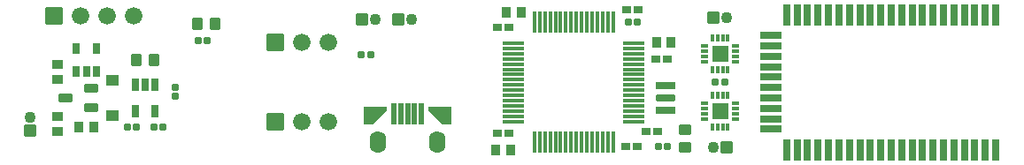
<source format=gts>
G04 Layer: TopSolderMaskLayer*
G04 EasyEDA v6.5.22, 2023-02-02 12:04:13*
G04 e40c6f2ac48d42a8ab01bc531f02f979,d89026aa57f64e8aa15d5895f5b481f1,10*
G04 Gerber Generator version 0.2*
G04 Scale: 100 percent, Rotated: No, Reflected: No *
G04 Dimensions in millimeters *
G04 leading zeros omitted , absolute positions ,4 integer and 5 decimal *
%FSLAX45Y45*%
%MOMM*%

%AMMACRO1*1,1,$1,$2,$3*1,1,$1,$4,$5*1,1,$1,0-$2,0-$3*1,1,$1,0-$4,0-$5*20,1,$1,$2,$3,$4,$5,0*20,1,$1,$4,$5,0-$2,0-$3,0*20,1,$1,0-$2,0-$3,0-$4,0-$5,0*20,1,$1,0-$4,0-$5,$2,$3,0*4,1,4,$2,$3,$4,$5,0-$2,0-$3,0-$4,0-$5,$2,$3,0*%
%AMMACRO2*4,1,5,0.1791,-0.8509,-1.1011,0.4267,-1.1011,0.8509,1.1011,0.8509,1.1011,-0.8509,0.1791,-0.8509,0*%
%AMMACRO3*4,1,5,-1.1011,-0.8509,-1.1011,0.8509,1.1011,0.8509,1.1011,0.4267,-0.1791,-0.8509,-1.1011,-0.8509,0*%
%ADD10MACRO1,0.1016X-0.2X1X0.2X1*%
%ADD11MACRO2*%
%ADD12MACRO3*%
%ADD13O,1.6015970000000002X2.1015960000000002*%
%ADD14MACRO1,0.1016X-0.4X0.45X0.4X0.45*%
%ADD15MACRO1,0.1016X-0.2828X-0.27X-0.2828X0.27*%
%ADD16MACRO1,0.1016X0.2828X-0.27X0.2828X0.27*%
%ADD17MACRO1,0.1016X0.2828X0.27X0.2828X-0.27*%
%ADD18MACRO1,0.1016X-0.2828X0.27X-0.2828X-0.27*%
%ADD19MACRO1,0.1016X0.27X-0.2828X-0.27X-0.2828*%
%ADD20MACRO1,0.1016X0.27X0.2828X-0.27X0.2828*%
%ADD21MACRO1,0.1016X-0.5X0.45X0.5X0.45*%
%ADD22MACRO1,0.1016X-0.45X-0.5X-0.45X0.5*%
%ADD23MACRO1,0.1016X0.45X0.5X0.45X-0.5*%
%ADD24MACRO1,0.1016X-0.125X0.3X0.125X0.3*%
%ADD25MACRO1,0.1016X-0.3X-0.125X-0.3X0.125*%
%ADD26MACRO1,0.1016X0.125X-0.3X-0.125X-0.3*%
%ADD27MACRO1,0.1016X0.3X0.125X0.3X-0.125*%
%ADD28MACRO1,0.1016X0.75X0.75X0.75X-0.75*%
%ADD29MACRO1,0.1016X-0.75X-0.75X-0.75X0.75*%
%ADD30MACRO1,0.1016X-0.5X0.5X0.5X0.5*%
%ADD31C,1.1016*%
%ADD32MACRO1,0.1016X0.5X-0.5X-0.5X-0.5*%
%ADD33MACRO1,0.1016X-0.5X-0.5X-0.5X0.5*%
%ADD34MACRO1,0.1016X-0.45X-0.4X-0.45X0.4*%
%ADD35MACRO1,0.1016X0.4X-0.45X-0.4X-0.45*%
%ADD36MACRO1,0.1016X-0.395X-0.27X-0.395X0.27*%
%ADD37MACRO1,0.1016X0.395X-0.27X0.395X0.27*%
%ADD38MACRO1,0.1016X0.395X0.27X0.395X-0.27*%
%ADD39MACRO1,0.1016X-0.395X0.27X-0.395X-0.27*%
%ADD40MACRO1,0.1016X0.575X0.475X0.575X-0.475*%
%ADD41MACRO1,0.1X-0.3X0.5X0.3X0.5*%
%ADD42MACRO1,0.1016X-0.3X-0.5X-0.3X0.5*%
%ADD43C,1.6764*%
%ADD44MACRO1,0.1016X-0.7874X0.7874X0.7874X0.7874*%
%ADD45MACRO1,0.1016X0.625X0.35X0.625X-0.35*%
%ADD46O,0.40159940000000005X2.101596*%
%ADD47O,2.101596X0.40159940000000005*%
%ADD48MACRO1,0.1016X-0.85X-0.325X-0.85X0.325*%
%ADD49MACRO1,0.1016X-0.85X-0.25X-0.85X0.25*%
%ADD50MACRO1,0.1016X-0.3X-1X-0.3X1*%
%ADD51R,0.7016X2.1016*%
%ADD52MACRO1,0.1016X-1X0.3X1X0.3*%
%ADD53MACRO1,0.1016X0.3X1X0.3X-1*%
%ADD54C,0.0119*%

%LPD*%
D10*
G01*
X3682542Y-1104900D03*
G01*
X3747541Y-1104900D03*
G01*
X3812539Y-1104900D03*
G01*
X3877538Y-1104900D03*
G01*
X3942537Y-1104900D03*
D11*
G01*
X4122547Y-1114805D03*
D12*
G01*
X3502532Y-1114805D03*
D13*
G01*
X3529533Y-1369898D03*
G01*
X4095546Y-1369898D03*
D14*
G01*
X4894991Y-125001D03*
G01*
X4754991Y-125001D03*
D15*
G01*
X1218279Y-1224996D03*
D16*
G01*
X1131713Y-1224996D03*
D17*
G01*
X1381713Y-1224996D03*
D18*
G01*
X1468278Y-1224996D03*
D15*
G01*
X1893279Y-400001D03*
D16*
G01*
X1806713Y-400001D03*
D17*
G01*
X5919204Y-225000D03*
D18*
G01*
X6005770Y-225000D03*
D17*
G01*
X6206704Y-1412496D03*
D18*
G01*
X6293270Y-1412496D03*
D15*
G01*
X6843269Y-799998D03*
D16*
G01*
X6756703Y-799998D03*
D17*
G01*
X3369209Y-537499D03*
D18*
G01*
X3455775Y-537499D03*
D19*
G01*
X1587497Y-844215D03*
D20*
G01*
X1587497Y-930781D03*
D21*
G01*
X6462486Y-1252507D03*
G01*
X6462486Y-1422506D03*
D22*
G01*
X1215006Y-587499D03*
G01*
X1385006Y-587499D03*
D23*
G01*
X1972487Y-237500D03*
G01*
X1802488Y-237500D03*
D24*
G01*
X6874835Y-925004D03*
G01*
X6824835Y-925001D03*
G01*
X6774835Y-925004D03*
G01*
X6724835Y-925004D03*
D25*
G01*
X6649986Y-1000206D03*
G01*
X6649986Y-1050206D03*
G01*
X6649989Y-1100206D03*
G01*
X6649986Y-1150205D03*
D26*
G01*
X6724987Y-1224998D03*
G01*
X6774987Y-1224998D03*
G01*
X6824987Y-1224998D03*
G01*
X6874835Y-1225001D03*
D27*
G01*
X6949986Y-1150205D03*
G01*
X6949988Y-1100206D03*
G01*
X6949986Y-1050206D03*
G01*
X6949986Y-1000206D03*
D28*
G01*
X6799986Y-1074999D03*
D26*
G01*
X6725137Y-674997D03*
G01*
X6775137Y-674997D03*
G01*
X6825137Y-674997D03*
G01*
X6875137Y-674997D03*
D27*
G01*
X6949986Y-599794D03*
G01*
X6949986Y-549794D03*
G01*
X6949983Y-499794D03*
G01*
X6949986Y-449795D03*
D24*
G01*
X6874984Y-375003D03*
G01*
X6824985Y-375003D03*
G01*
X6774985Y-375003D03*
G01*
X6725137Y-375000D03*
D25*
G01*
X6649986Y-449795D03*
G01*
X6649984Y-499794D03*
G01*
X6649986Y-549794D03*
G01*
X6649986Y-599794D03*
D29*
G01*
X6799986Y-525002D03*
D30*
G01*
X3373993Y-199999D03*
D31*
G01*
X3501009Y-199999D03*
D30*
G01*
X6736486Y-175000D03*
D31*
G01*
X6863486Y-175005D03*
D32*
G01*
X6863486Y-1424998D03*
D31*
G01*
X6736486Y-1424990D03*
D30*
G01*
X3723993Y-199999D03*
D31*
G01*
X3850995Y-199999D03*
D33*
G01*
X199999Y-1263497D03*
D31*
G01*
X199999Y-1136497D03*
D34*
G01*
X462498Y-629998D03*
G01*
X462498Y-769998D03*
D14*
G01*
X807496Y-1224996D03*
G01*
X667496Y-1224996D03*
D34*
G01*
X462498Y-1129997D03*
G01*
X462498Y-1269997D03*
D14*
G01*
X4794991Y-1449997D03*
G01*
X4654991Y-1449997D03*
D35*
G01*
X6192486Y-412498D03*
G01*
X6332486Y-412498D03*
D36*
G01*
X4779497Y-1287498D03*
D37*
G01*
X4670485Y-1287498D03*
D36*
G01*
X4779497Y-275000D03*
D37*
G01*
X4670485Y-275000D03*
D38*
G01*
X5907981Y-99999D03*
D39*
G01*
X6016993Y-99999D03*
D38*
G01*
X6095481Y-1274998D03*
D39*
G01*
X6204493Y-1274998D03*
D38*
G01*
X5895482Y-1412496D03*
D39*
G01*
X6004493Y-1412496D03*
D38*
G01*
X6182982Y-575000D03*
D39*
G01*
X6291994Y-575000D03*
D40*
G01*
X987496Y-1119238D03*
G01*
X987496Y-780757D03*
D41*
G01*
X737496Y-697506D03*
G01*
X832487Y-697508D03*
G01*
X642505Y-697501D03*
G01*
X832500Y-477492D03*
G01*
X642495Y-477492D03*
D42*
G01*
X1394993Y-1080007D03*
G01*
X1205001Y-1080007D03*
G01*
X1205001Y-819988D03*
G01*
X1299997Y-819988D03*
G01*
X1394993Y-819988D03*
D43*
G01*
X3053994Y-418998D03*
G01*
X2799994Y-418998D03*
D44*
G01*
X2545994Y-418998D03*
G01*
X2545994Y-1180998D03*
D43*
G01*
X2799994Y-1180998D03*
G01*
X3053994Y-1180998D03*
D44*
G01*
X431497Y-162499D03*
D43*
G01*
X685495Y-162509D03*
G01*
X939495Y-162509D03*
G01*
X1193495Y-162509D03*
D45*
G01*
X537530Y-949998D03*
G01*
X787466Y-855002D03*
G01*
X787466Y-1044994D03*
D46*
G01*
X5774994Y-1374978D03*
G01*
X5724982Y-1374978D03*
G01*
X5674995Y-1374978D03*
G01*
X5624982Y-1374978D03*
G01*
X5574995Y-1374978D03*
G01*
X5524982Y-1374978D03*
G01*
X5474995Y-1374978D03*
G01*
X5424982Y-1374978D03*
G01*
X5374995Y-1374978D03*
G01*
X5324983Y-1374978D03*
G01*
X5274995Y-1374978D03*
G01*
X5224983Y-1374978D03*
G01*
X5174995Y-1374978D03*
G01*
X5124983Y-1374978D03*
G01*
X5074996Y-1374978D03*
G01*
X5024983Y-1374978D03*
D47*
G01*
X4825009Y-1175004D03*
G01*
X4825009Y-1124991D03*
G01*
X4825009Y-1075004D03*
G01*
X4825009Y-1024991D03*
G01*
X4825009Y-975004D03*
G01*
X4825009Y-924991D03*
G01*
X4825009Y-875004D03*
G01*
X4825009Y-824992D03*
G01*
X4825009Y-775004D03*
G01*
X4825009Y-724992D03*
G01*
X4825009Y-675004D03*
G01*
X4825009Y-624992D03*
G01*
X4825009Y-575005D03*
G01*
X4825009Y-524992D03*
G01*
X4825009Y-475005D03*
G01*
X4825009Y-424992D03*
D46*
G01*
X5024983Y-225018D03*
G01*
X5074996Y-225018D03*
G01*
X5124983Y-225018D03*
G01*
X5174995Y-225018D03*
G01*
X5224983Y-225018D03*
G01*
X5274995Y-225018D03*
G01*
X5324983Y-225018D03*
G01*
X5374995Y-225018D03*
G01*
X5424982Y-225018D03*
G01*
X5474995Y-225018D03*
G01*
X5524982Y-225018D03*
G01*
X5574995Y-225018D03*
G01*
X5624982Y-225018D03*
G01*
X5674995Y-225018D03*
G01*
X5724982Y-225018D03*
G01*
X5774994Y-225018D03*
D47*
G01*
X5974968Y-424992D03*
G01*
X5974968Y-475005D03*
G01*
X5974968Y-524992D03*
G01*
X5974968Y-575005D03*
G01*
X5974968Y-624992D03*
G01*
X5974968Y-675004D03*
G01*
X5974968Y-724992D03*
G01*
X5974968Y-775004D03*
G01*
X5974968Y-824992D03*
G01*
X5974968Y-875004D03*
G01*
X5974968Y-924991D03*
G01*
X5974968Y-975004D03*
G01*
X5974968Y-1024991D03*
G01*
X5974968Y-1075004D03*
G01*
X5974968Y-1124991D03*
G01*
X5974968Y-1175004D03*
D48*
G01*
X6274988Y-1069987D03*
D49*
G01*
X6274988Y-949998D03*
D48*
G01*
X6274988Y-829998D03*
D50*
G01*
X9437486Y-1449997D03*
G01*
X9337487Y-1449997D03*
D51*
G01*
X9237497Y-1450009D03*
D50*
G01*
X9137487Y-1449997D03*
G01*
X9037487Y-1449997D03*
G01*
X8937487Y-1449997D03*
G01*
X8837488Y-1449997D03*
G01*
X8737488Y-1449997D03*
G01*
X8637488Y-1449997D03*
D51*
G01*
X8537498Y-1450009D03*
D50*
G01*
X8437488Y-1449997D03*
G01*
X8337489Y-1449997D03*
D51*
G01*
X8237499Y-1450009D03*
D50*
G01*
X8137489Y-1449997D03*
G01*
X8037489Y-1449997D03*
G01*
X7937489Y-1449997D03*
G01*
X7837490Y-1449997D03*
G01*
X7737490Y-1449997D03*
G01*
X7637490Y-1449997D03*
D51*
G01*
X7537500Y-1450009D03*
D50*
G01*
X7437490Y-1449997D03*
D52*
G01*
X7287478Y-1249997D03*
G01*
X7287478Y-1149997D03*
G01*
X7287478Y-1049997D03*
G01*
X7287478Y-949998D03*
G01*
X7287478Y-849998D03*
G01*
X7287478Y-749998D03*
G01*
X7287478Y-649998D03*
G01*
X7287478Y-549998D03*
G01*
X7287478Y-449999D03*
G01*
X7287478Y-349999D03*
D53*
G01*
X7437490Y-149999D03*
G01*
X7537490Y-149999D03*
G01*
X7637490Y-149999D03*
G01*
X7737490Y-149999D03*
G01*
X7837490Y-149999D03*
G01*
X7937489Y-149999D03*
G01*
X8037489Y-149999D03*
G01*
X8137489Y-149999D03*
G01*
X8237489Y-149999D03*
G01*
X8337489Y-149999D03*
G01*
X8437488Y-149999D03*
G01*
X8537488Y-149999D03*
G01*
X8637488Y-149999D03*
G01*
X8737488Y-149999D03*
G01*
X8837488Y-149999D03*
G01*
X8937487Y-149999D03*
G01*
X9037487Y-149999D03*
G01*
X9137487Y-149999D03*
G01*
X9237487Y-149999D03*
G01*
X9337487Y-149999D03*
G01*
X9437486Y-149999D03*
M02*

</source>
